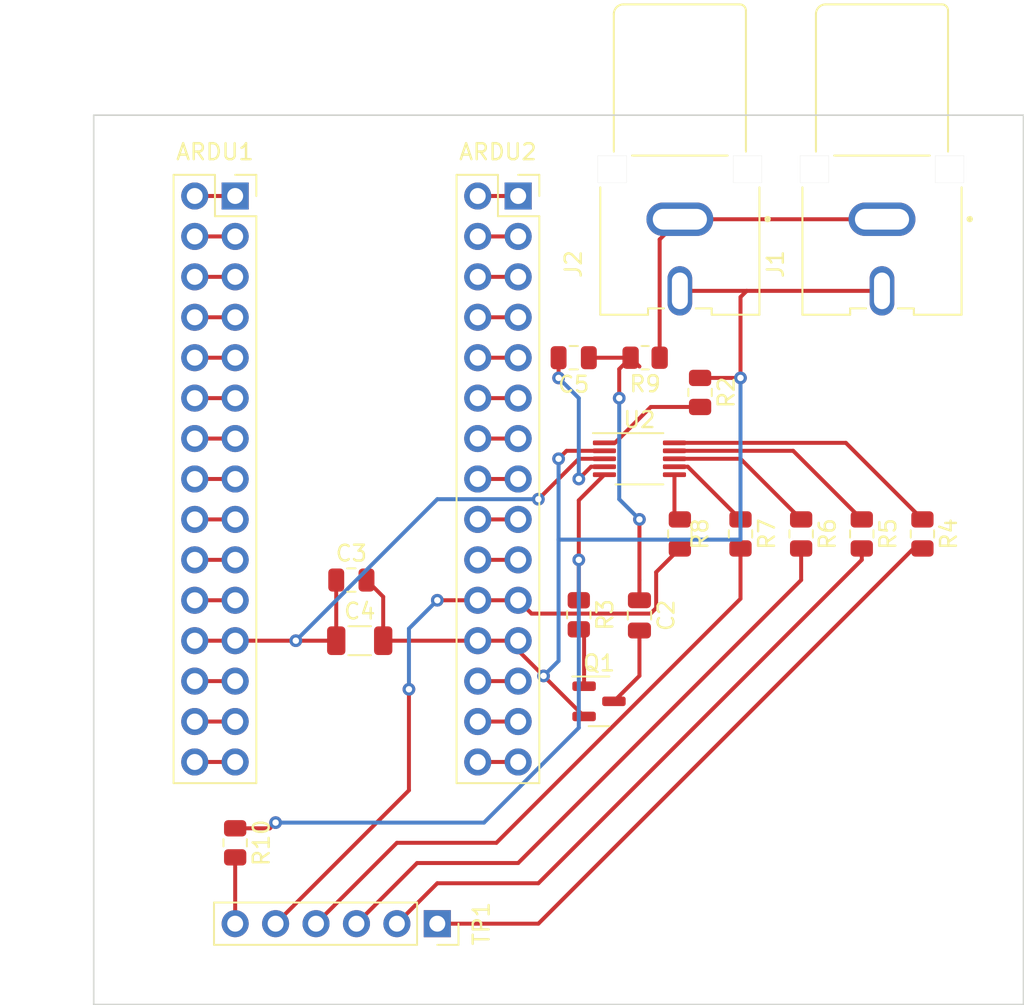
<source format=kicad_pcb>
(kicad_pcb (version 20211014) (generator pcbnew)
  (layers (0 "F.Cu" signal) (31 "B.Cu" signal) (34 "B.Paste" user) (35 "F.Paste" user) (36 "B.SilkS" user "B.Silkscreen") (37 "F.SilkS" user "F.Silkscreen") (38 "B.Mask" user) (39 "F.Mask" user) (44 "Edge.Cuts" user))
  (net 0 "")
  (net 1 "GND")
  (net 2 "Net-(C2-Pad1)")
  (net 3 "Net-(C2-Pad2)")
  (net 4 "VCC")
  (net 5 "Net-(C5-Pad2)")
  (net 6 "Net-(J1-Pad1)")
  (net 7 "Net-(Q1-Pad1)")
  (net 8 "Net-(R2-Pad2)")
  (net 9 "Net-(R10-Pad1)")
  (net 10 "Net-(R4-Pad1)")
  (net 11 "Net-(R4-Pad2)")
  (net 12 "Net-(R5-Pad1)")
  (net 13 "Net-(R5-Pad2)")
  (net 14 "Net-(R6-Pad1)")
  (net 15 "Net-(TP1-Pad3)")
  (net 16 "Net-(R7-Pad1)")
  (net 17 "Net-(TP1-Pad4)")
  (net 18 "Net-(R8-Pad1)")
  (net 19 "Net-(R10-Pad2)")
  (net 20 "Net-(ARDU1-Pad1)")
  (net 21 "Net-(ARDU1-Pad3)")
  (net 22 "Net-(ARDU1-Pad5)")
  (net 23 "Net-(ARDU1-Pad7)")
  (net 24 "Net-(ARDU1-Pad10)")
  (net 25 "Net-(ARDU1-Pad11)")
  (net 26 "Net-(ARDU1-Pad13)")
  (net 27 "Net-(ARDU1-Pad15)")
  (net 28 "Net-(ARDU1-Pad17)")
  (net 29 "Net-(ARDU1-Pad19)")
  (net 30 "Net-(ARDU1-Pad21)")
  (net 31 "Net-(ARDU1-Pad25)")
  (net 32 "Net-(ARDU1-Pad27)")
  (net 33 "Net-(ARDU1-Pad29)")
  (net 34 "Net-(ARDU2-Pad1)")
  (net 35 "Net-(ARDU2-Pad3)")
  (net 36 "Net-(ARDU2-Pad5)")
  (net 37 "Net-(ARDU2-Pad7)")
  (net 38 "Net-(ARDU2-Pad10)")
  (net 39 "Net-(ARDU2-Pad11)")
  (net 40 "Net-(ARDU2-Pad13)")
  (net 41 "Net-(ARDU2-Pad15)")
  (net 42 "Net-(ARDU2-Pad17)")
  (net 43 "Net-(ARDU2-Pad19)")
  (net 44 "Net-(ARDU2-Pad21)")
  (net 45 "Net-(ARDU2-Pad25)")
  (net 46 "Net-(ARDU2-Pad27)")
  (net 47 "Net-(ARDU2-Pad29)")
  (footprint "Connector_PinSocket_2.54mm:PinSocket_2x15_P2.54mm_Vertical" (layer "F.Cu") (at 57.15 43.18)
    (fp_text reference "ARDU2" (at -1.27 -2.77) (layer "F.SilkS"))
    (fp_text value "Conn_02x15_Odd_Even_MountingPin")
    (fp_line (start -3.87 36.89) (end 1.33 36.89) (layer "F.SilkS") (width 0.12))
    (fp_line (start -3.87 -1.33) (end -1.27 -1.33) (layer "F.SilkS") (width 0.12))
    (fp_line (start -1.27 -1.33) (end -1.27 1.27) (layer "F.SilkS") (width 0.12))
    (fp_line (start -3.87 -1.33) (end -3.87 36.89) (layer "F.SilkS") (width 0.12))
    (fp_line (start 1.33 1.27) (end 1.33 36.89) (layer "F.SilkS") (width 0.12))
    (fp_line (start 1.33 -1.33) (end 1.33 0) (layer "F.SilkS") (width 0.12))
    (fp_line (start -1.27 1.27) (end 1.33 1.27) (layer "F.SilkS") (width 0.12))
    (fp_line (start 0 -1.33) (end 1.33 -1.33) (layer "F.SilkS") (width 0.12))
    (pad "1" thru_hole rect (at 0 0) (size 1.7 1.7) (drill 1) (layers *.Cu *.Mask) (net 34 "Net-(ARDU2-Pad1)"))
    (pad "2" thru_hole oval (at -2.54 0) (size 1.7 1.7) (drill 1) (layers *.Cu *.Mask) (net 34 "Net-(ARDU2-Pad1)"))
    (pad "3" thru_hole oval (at 0 2.54) (size 1.7 1.7) (drill 1) (layers *.Cu *.Mask) (net 35 "Net-(ARDU2-Pad3)"))
    (pad "4" thru_hole oval (at -2.54 2.54) (size 1.7 1.7) (drill 1) (layers *.Cu *.Mask) (net 35 "Net-(ARDU2-Pad3)"))
    (pad "5" thru_hole oval (at 0 5.08) (size 1.7 1.7) (drill 1) (layers *.Cu *.Mask) (net 36 "Net-(ARDU2-Pad5)"))
    (pad "6" thru_hole oval (at -2.54 5.08) (size 1.7 1.7) (drill 1) (layers *.Cu *.Mask) (net 36 "Net-(ARDU2-Pad5)"))
    (pad "7" thru_hole oval (at 0 7.62) (size 1.7 1.7) (drill 1) (layers *.Cu *.Mask) (net 37 "Net-(ARDU2-Pad7)"))
    (pad "8" thru_hole oval (at -2.54 7.62) (size 1.7 1.7) (drill 1) (layers *.Cu *.Mask) (net 37 "Net-(ARDU2-Pad7)"))
    (pad "9" thru_hole oval (at 0 10.16) (size 1.7 1.7) (drill 1) (layers *.Cu *.Mask) (net 38 "Net-(ARDU2-Pad10)"))
    (pad "10" thru_hole oval (at -2.54 10.16) (size 1.7 1.7) (drill 1) (layers *.Cu *.Mask) (net 38 "Net-(ARDU2-Pad10)"))
    (pad "11" thru_hole oval (at 0 12.7) (size 1.7 1.7) (drill 1) (layers *.Cu *.Mask) (net 39 "Net-(ARDU2-Pad11)"))
    (pad "12" thru_hole oval (at -2.54 12.7) (size 1.7 1.7) (drill 1) (layers *.Cu *.Mask) (net 39 "Net-(ARDU2-Pad11)"))
    (pad "13" thru_hole oval (at 0 15.24) (size 1.7 1.7) (drill 1) (layers *.Cu *.Mask) (net 40 "Net-(ARDU2-Pad13)"))
    (pad "14" thru_hole oval (at -2.54 15.24) (size 1.7 1.7) (drill 1) (layers *.Cu *.Mask) (net 40 "Net-(ARDU2-Pad13)"))
    (pad "15" thru_hole oval (at 0 17.78) (size 1.7 1.7) (drill 1) (layers *.Cu *.Mask) (net 41 "Net-(ARDU2-Pad15)"))
    (pad "16" thru_hole oval (at -2.54 17.78) (size 1.7 1.7) (drill 1) (layers *.Cu *.Mask) (net 41 "Net-(ARDU2-Pad15)"))
    (pad "17" thru_hole oval (at 0 20.32) (size 1.7 1.7) (drill 1) (layers *.Cu *.Mask) (net 42 "Net-(ARDU2-Pad17)"))
    (pad "18" thru_hole oval (at -2.54 20.32) (size 1.7 1.7) (drill 1) (layers *.Cu *.Mask) (net 42 "Net-(ARDU2-Pad17)"))
    (pad "19" thru_hole oval (at 0 22.86) (size 1.7 1.7) (drill 1) (layers *.Cu *.Mask) (net 43 "Net-(ARDU2-Pad19)"))
    (pad "20" thru_hole oval (at -2.54 22.86) (size 1.7 1.7) (drill 1) (layers *.Cu *.Mask) (net 43 "Net-(ARDU2-Pad19)"))
    (pad "21" thru_hole oval (at 0 25.4) (size 1.7 1.7) (drill 1) (layers *.Cu *.Mask) (net 44 "Net-(ARDU2-Pad21)"))
    (pad "22" thru_hole oval (at -2.54 25.4) (size 1.7 1.7) (drill 1) (layers *.Cu *.Mask) (net 44 "Net-(ARDU2-Pad21)"))
    (pad "23" thru_hole oval (at 0 27.94) (size 1.7 1.7) (drill 1) (layers *.Cu *.Mask) (net 1 "GND"))
    (pad "24" thru_hole oval (at -2.54 27.94) (size 1.7 1.7) (drill 1) (layers *.Cu *.Mask) (net 1 "GND"))
    (pad "25" thru_hole oval (at 0 30.48) (size 1.7 1.7) (drill 1) (layers *.Cu *.Mask) (net 45 "Net-(ARDU2-Pad25)"))
    (pad "26" thru_hole oval (at -2.54 30.48) (size 1.7 1.7) (drill 1) (layers *.Cu *.Mask) (net 45 "Net-(ARDU2-Pad25)"))
    (pad "27" thru_hole oval (at 0 33.02) (size 1.7 1.7) (drill 1) (layers *.Cu *.Mask) (net 46 "Net-(ARDU2-Pad27)"))
    (pad "28" thru_hole oval (at -2.54 33.02) (size 1.7 1.7) (drill 1) (layers *.Cu *.Mask) (net 46 "Net-(ARDU2-Pad27)"))
    (pad "29" thru_hole oval (at 0 35.56) (size 1.7 1.7) (drill 1) (layers *.Cu *.Mask) (net 47 "Net-(ARDU2-Pad29)"))
    (pad "30" thru_hole oval (at -2.54 35.56) (size 1.7 1.7) (drill 1) (layers *.Cu *.Mask) (net 47 "Net-(ARDU2-Pad29)"))
  )
  (footprint "Resistor_SMD:R_0805_2012Metric" (layer "F.Cu") (at 78.74 64.4125 -90)
    (fp_text reference "R5" (at 0 -1.65 90) (layer "F.SilkS"))
    (fp_text value "100")
    (fp_line (start -0.227064 0.735) (end 0.227064 0.735) (layer "F.SilkS") (width 0.12))
    (fp_line (start -0.227064 -0.735) (end 0.227064 -0.735) (layer "F.SilkS") (width 0.12))
    (pad "1" smd roundrect (at -0.9125 0 270) (size 1.025 1.4) (layers "F.Cu" "F.Paste" "F.Mask") (roundrect_rratio 0.243902) (net 12 "Net-(R5-Pad1)"))
    (pad "2" smd roundrect (at 0.9125 0 270) (size 1.025 1.4) (layers "F.Cu" "F.Paste" "F.Mask") (roundrect_rratio 0.243902) (net 13 "Net-(R5-Pad2)"))
  )
  (footprint "Package_TO_SOT_SMD:SOT-23" (layer "F.Cu") (at 62.23 74.93)
    (fp_text reference "Q1" (at 0 -2.4) (layer "F.SilkS"))
    (fp_text value "MMBT3904")
    (fp_line (start 0 -1.56) (end 0.65 -1.56) (layer "F.SilkS") (width 0.12))
    (fp_line (start 0 1.56) (end 0.65 1.56) (layer "F.SilkS") (width 0.12))
    (fp_line (start 0 -1.56) (end -1.675 -1.56) (layer "F.SilkS") (width 0.12))
    (fp_line (start 0 1.56) (end -0.65 1.56) (layer "F.SilkS") (width 0.12))
    (pad "1" smd roundrect (at -0.9375 -0.95) (size 1.475 0.6) (layers "F.Cu" "F.Paste" "F.Mask") (net 7 "Net-(Q1-Pad1)"))
    (pad "2" smd roundrect (at -0.9375 0.95) (size 1.475 0.6) (layers "F.Cu" "F.Paste" "F.Mask") (net 1 "GND"))
    (pad "3" smd roundrect (at 0.9375 0) (size 1.475 0.6) (layers "F.Cu" "F.Paste" "F.Mask") (net 3 "Net-(C2-Pad2)"))
  )
  (footprint "RCJ-041:CUI_RCJ-041" (layer "F.Cu") (at 80.01 40.64 90)
    (fp_text reference "J1" (at -6.81755 -6.68944 90) (layer "F.SilkS") (effects (font (size 1.008205 1.008205))))
    (fp_text value "Conn_Coaxial")
    (fp_line (start 9.11 4.15) (end 0.25 4.15) (layer "F.SilkS") (width 0.127))
    (fp_line (start -9.6 -2) (end -10 -2) (layer "F.SilkS") (width 0.127))
    (fp_line (start -10 5) (end -2 5) (layer "F.SilkS") (width 0.127))
    (fp_line (start 0.25 -4.15) (end 8.89 -4.15) (layer "F.SilkS") (width 0.127))
    (fp_line (start 9.5 -3.54) (end 9.5 3.76) (layer "F.SilkS") (width 0.127))
    (fp_line (start -9.6 2) (end -9.6 1) (layer "F.SilkS") (width 0.127))
    (fp_line (start -10 -2) (end -10 -5) (layer "F.SilkS") (width 0.127))
    (fp_line (start -9.6 -1) (end -9.6 -2) (layer "F.SilkS") (width 0.127))
    (fp_line (start -10 -5) (end -2 -5) (layer "F.SilkS") (width 0.127))
    (fp_line (start -10 5) (end -10 2) (layer "F.SilkS") (width 0.127))
    (fp_line (start 0 3) (end 0 -3) (layer "F.SilkS") (width 0.127))
    (fp_line (start -10 2) (end -9.6 2) (layer "F.SilkS") (width 0.127))
    (fp_arc (start 8.89 -4.15) (mid 9.321335 -3.971335) (end 9.5 -3.54) (layer "F.SilkS") (width 0.127))
    (fp_arc (start 9.5 3.76) (mid 9.385772 4.035772) (end 9.11 4.15) (layer "F.SilkS") (width 0.127))
    (fp_circle (center -3.99 5.513) (end -3.89 5.513) (layer "F.SilkS") (width 0.2) (fill none))
    (fp_line (start -1.7 3.35) (end -1.7 5.15) (layer "Edge.Cuts") (width 0.01))
    (fp_line (start -1.7 -5.15) (end -1.7 -3.35) (layer "Edge.Cuts") (width 0.01))
    (fp_line (start 0 5.15) (end 0 3.35) (layer "Edge.Cuts") (width 0.01))
    (fp_line (start 0 3.35) (end -1.7 3.35) (layer "Edge.Cuts") (width 0.01))
    (fp_line (start -1.7 -3.35) (end 0 -3.35) (layer "Edge.Cuts") (width 0.01))
    (fp_line (start -1.7 5.15) (end 0 5.15) (layer "Edge.Cuts") (width 0.01))
    (fp_line (start 0 -3.35) (end 0 -5.15) (layer "Edge.Cuts") (width 0.01))
    (fp_line (start 0 -5.15) (end -1.7 -5.15) (layer "Edge.Cuts") (width 0.01))
    (pad "1" thru_hole oval locked (at -4 0 90) (size 2.1 4.2) (drill oval 1.3 3.4) (layers *.Cu *.Mask) (net 6 "Net-(J1-Pad1)"))
    (pad "2" thru_hole oval locked (at -8.5 0 90) (size 3.1 1.55) (drill oval 2.3 1) (layers *.Cu *.Mask) (net 1 "GND"))
  )
  (footprint "Capacitor_SMD:C_0805_2012Metric" (layer "F.Cu") (at 60.64 53.34 180)
    (fp_text reference "C5" (at 0 -1.68) (layer "F.SilkS"))
    (fp_text value "0.1µF")
    (fp_line (start -0.261252 -0.735) (end 0.261252 -0.735) (layer "F.SilkS") (width 0.12))
    (fp_line (start -0.261252 0.735) (end 0.261252 0.735) (layer "F.SilkS") (width 0.12))
    (pad "1" smd roundrect (at -0.95 0 180) (size 1 1.45) (layers "F.Cu" "F.Paste" "F.Mask") (net 2 "Net-(C2-Pad1)"))
    (pad "2" smd roundrect (at 0.95 0 180) (size 1 1.45) (layers "F.Cu" "F.Paste" "F.Mask") (net 5 "Net-(C5-Pad2)"))
  )
  (footprint "Package_SO:VSSOP-10_3x3mm_P0.5mm" (layer "F.Cu") (at 64.77 59.69)
    (fp_text reference "U2" (at 0 -2.45) (layer "F.SilkS"))
    (fp_text value "LMH1980")
    (fp_line (start 0 -1.61) (end -2.925 -1.61) (layer "F.SilkS") (width 0.12))
    (fp_line (start 0 -1.61) (end 1.5 -1.61) (layer "F.SilkS") (width 0.12))
    (fp_line (start 0 1.61) (end -1.5 1.61) (layer "F.SilkS") (width 0.12))
    (fp_line (start 0 1.61) (end 1.5 1.61) (layer "F.SilkS") (width 0.12))
    (pad "1" smd roundrect (at -2.2 -1) (size 1.45 0.3) (layers "F.Cu" "F.Paste" "F.Mask") (net 8 "Net-(R2-Pad2)"))
    (pad "2" smd roundrect (at -2.2 -0.5) (size 1.45 0.3) (layers "F.Cu" "F.Paste" "F.Mask") (net 1 "GND"))
    (pad "3" smd roundrect (at -2.2 0) (size 1.45 0.3) (layers "F.Cu" "F.Paste" "F.Mask") (net 4 "VCC"))
    (pad "4" smd roundrect (at -2.2 0.5) (size 1.45 0.3) (layers "F.Cu" "F.Paste" "F.Mask") (net 5 "Net-(C5-Pad2)"))
    (pad "5" smd roundrect (at -2.2 1) (size 1.45 0.3) (layers "F.Cu" "F.Paste" "F.Mask") (net 9 "Net-(R10-Pad1)"))
    (pad "6" smd roundrect (at 2.2 1) (size 1.45 0.3) (layers "F.Cu" "F.Paste" "F.Mask") (net 18 "Net-(R8-Pad1)"))
    (pad "7" smd roundrect (at 2.2 0.5) (size 1.45 0.3) (layers "F.Cu" "F.Paste" "F.Mask") (net 16 "Net-(R7-Pad1)"))
    (pad "8" smd roundrect (at 2.2 0) (size 1.45 0.3) (layers "F.Cu" "F.Paste" "F.Mask") (net 14 "Net-(R6-Pad1)"))
    (pad "9" smd roundrect (at 2.2 -0.5) (size 1.45 0.3) (layers "F.Cu" "F.Paste" "F.Mask") (net 12 "Net-(R5-Pad1)"))
    (pad "10" smd roundrect (at 2.2 -1) (size 1.45 0.3) (layers "F.Cu" "F.Paste" "F.Mask") (net 10 "Net-(R4-Pad1)"))
  )
  (footprint "Resistor_SMD:R_0805_2012Metric" (layer "F.Cu") (at 68.58 55.5225 -90)
    (fp_text reference "R2" (at 0 -1.65 90) (layer "F.SilkS"))
    (fp_text value "10k")
    (fp_line (start -0.227064 -0.735) (end 0.227064 -0.735) (layer "F.SilkS") (width 0.12))
    (fp_line (start -0.227064 0.735) (end 0.227064 0.735) (layer "F.SilkS") (width 0.12))
    (pad "1" smd roundrect (at -0.9125 0 270) (size 1.025 1.4) (layers "F.Cu" "F.Paste" "F.Mask") (roundrect_rratio 0.243902) (net 1 "GND"))
    (pad "2" smd roundrect (at 0.9125 0 270) (size 1.025 1.4) (layers "F.Cu" "F.Paste" "F.Mask") (roundrect_rratio 0.243902) (net 8 "Net-(R2-Pad2)"))
  )
  (footprint "Resistor_SMD:R_0805_2012Metric" (layer "F.Cu") (at 71.12 64.4125 -90)
    (fp_text reference "R7" (at 0 -1.65 90) (layer "F.SilkS"))
    (fp_text value "100")
    (fp_line (start -0.227064 0.735) (end 0.227064 0.735) (layer "F.SilkS") (width 0.12))
    (fp_line (start -0.227064 -0.735) (end 0.227064 -0.735) (layer "F.SilkS") (width 0.12))
    (pad "1" smd roundrect (at -0.9125 0 270) (size 1.025 1.4) (layers "F.Cu" "F.Paste" "F.Mask") (roundrect_rratio 0.243902) (net 16 "Net-(R7-Pad1)"))
    (pad "2" smd roundrect (at 0.9125 0 270) (size 1.025 1.4) (layers "F.Cu" "F.Paste" "F.Mask") (roundrect_rratio 0.243902) (net 17 "Net-(TP1-Pad4)"))
  )
  (footprint "Capacitor_SMD:C_1206_3216Metric" (layer "F.Cu") (at 47.195 71.12)
    (fp_text reference "C4" (at 0 -1.85) (layer "F.SilkS"))
    (fp_text value "10µ")
    (fp_line (start -0.711252 -0.91) (end 0.711252 -0.91) (layer "F.SilkS") (width 0.12))
    (fp_line (start -0.711252 0.91) (end 0.711252 0.91) (layer "F.SilkS") (width 0.12))
    (pad "1" smd roundrect (at -1.475 0) (size 1.15 1.8) (layers "F.Cu" "F.Paste" "F.Mask") (roundrect_rratio 0.217391) (net 4 "VCC"))
    (pad "2" smd roundrect (at 1.475 0) (size 1.15 1.8) (layers "F.Cu" "F.Paste" "F.Mask") (roundrect_rratio 0.217391) (net 1 "GND"))
  )
  (footprint "Resistor_SMD:R_0805_2012Metric" (layer "F.Cu") (at 67.31 64.4125 -90)
    (fp_text reference "R8" (at 0 -1.27 -90) (layer "F.SilkS"))
    (fp_text value "100")
    (fp_line (start -0.227064 -0.735) (end 0.227064 -0.735) (layer "F.SilkS") (width 0.12))
    (fp_line (start -0.227064 0.735) (end 0.227064 0.735) (layer "F.SilkS") (width 0.12))
    (pad "1" smd roundrect (at -0.9125 0 270) (size 1.025 1.4) (layers "F.Cu" "F.Paste" "F.Mask") (roundrect_rratio 0.243902) (net 18 "Net-(R8-Pad1)"))
    (pad "2" smd roundrect (at 0.9125 0 270) (size 1.025 1.4) (layers "F.Cu" "F.Paste" "F.Mask") (roundrect_rratio 0.243902) (net 44 "Net-(ARDU2-Pad21)"))
  )
  (footprint "Resistor_SMD:R_0805_2012Metric" (layer "F.Cu") (at 60.96 69.4925 -90)
    (fp_text reference "R3" (at 0 -1.65 90) (layer "F.SilkS"))
    (fp_text value "10k")
    (fp_line (start -0.227064 -0.735) (end 0.227064 -0.735) (layer "F.SilkS") (width 0.12))
    (fp_line (start -0.227064 0.735) (end 0.227064 0.735) (layer "F.SilkS") (width 0.12))
    (pad "1" smd roundrect (at -0.9125 0 270) (size 1.025 1.4) (layers "F.Cu" "F.Paste" "F.Mask") (roundrect_rratio 0.243902) (net 9 "Net-(R10-Pad1)"))
    (pad "2" smd roundrect (at 0.9125 0 270) (size 1.025 1.4) (layers "F.Cu" "F.Paste" "F.Mask") (roundrect_rratio 0.243902) (net 7 "Net-(Q1-Pad1)"))
  )
  (footprint "Capacitor_SMD:C_0805_2012Metric" (layer "F.Cu") (at 64.77 69.53 -90)
    (fp_text reference "C2" (at 0 -1.68 90) (layer "F.SilkS"))
    (fp_text value "560pF")
    (fp_line (start -0.261252 -0.735) (end 0.261252 -0.735) (layer "F.SilkS") (width 0.12))
    (fp_line (start -0.261252 0.735) (end 0.261252 0.735) (layer "F.SilkS") (width 0.12))
    (pad "1" smd roundrect (at -0.95 0 270) (size 1 1.45) (layers "F.Cu" "F.Paste" "F.Mask") (net 2 "Net-(C2-Pad1)"))
    (pad "2" smd roundrect (at 0.95 0 270) (size 1 1.45) (layers "F.Cu" "F.Paste" "F.Mask") (net 3 "Net-(C2-Pad2)"))
  )
  (footprint "Resistor_SMD:R_0805_2012Metric" (layer "F.Cu") (at 82.55 64.4125 -90)
    (fp_text reference "R4" (at 0 -1.65 90) (layer "F.SilkS"))
    (fp_text value "100")
    (fp_line (start -0.227064 0.735) (end 0.227064 0.735) (layer "F.SilkS") (width 0.12))
    (fp_line (start -0.227064 -0.735) (end 0.227064 -0.735) (layer "F.SilkS") (width 0.12))
    (pad "1" smd roundrect (at -0.9125 0 270) (size 1.025 1.4) (layers "F.Cu" "F.Paste" "F.Mask") (roundrect_rratio 0.243902) (net 10 "Net-(R4-Pad1)"))
    (pad "2" smd roundrect (at 0.9125 0 270) (size 1.025 1.4) (layers "F.Cu" "F.Paste" "F.Mask") (roundrect_rratio 0.243902) (net 11 "Net-(R4-Pad2)"))
  )
  (footprint "Resistor_SMD:R_0805_2012Metric" (layer "F.Cu") (at 39.37 83.82 -90)
    (fp_text reference "R10" (at 0 -1.65 90) (layer "F.SilkS"))
    (fp_text value "100")
    (fp_line (start -0.227064 -0.735) (end 0.227064 -0.735) (layer "F.SilkS") (width 0.12))
    (fp_line (start -0.227064 0.735) (end 0.227064 0.735) (layer "F.SilkS") (width 0.12))
    (pad "1" smd roundrect (at -0.9125 0 270) (size 1.025 1.4) (layers "F.Cu" "F.Paste" "F.Mask") (roundrect_rratio 0.243902) (net 9 "Net-(R10-Pad1)"))
    (pad "2" smd roundrect (at 0.9125 0 270) (size 1.025 1.4) (layers "F.Cu" "F.Paste" "F.Mask") (roundrect_rratio 0.243902) (net 19 "Net-(R10-Pad2)"))
  )
  (footprint "Resistor_SMD:R_0805_2012Metric" (layer "F.Cu") (at 74.93 64.4125 -90)
    (fp_text reference "R6" (at 0 -1.65 90) (layer "F.SilkS"))
    (fp_text value "100")
    (fp_line (start -0.227064 -0.735) (end 0.227064 -0.735) (layer "F.SilkS") (width 0.12))
    (fp_line (start -0.227064 0.735) (end 0.227064 0.735) (layer "F.SilkS") (width 0.12))
    (pad "1" smd roundrect (at -0.9125 0 270) (size 1.025 1.4) (layers "F.Cu" "F.Paste" "F.Mask") (roundrect_rratio 0.243902) (net 14 "Net-(R6-Pad1)"))
    (pad "2" smd roundrect (at 0.9125 0 270) (size 1.025 1.4) (layers "F.Cu" "F.Paste" "F.Mask") (roundrect_rratio 0.243902) (net 15 "Net-(TP1-Pad3)"))
  )
  (footprint "Connector_PinSocket_2.54mm:PinSocket_1x06_P2.54mm_Vertical" (layer "F.Cu") (at 52.07 88.9 -90)
    (fp_text reference "TP1" (at 0 -2.77 90) (layer "F.SilkS"))
    (fp_text value "Conn_01x06_MountingPin")
    (fp_line (start 1.33 -1.33) (end 1.33 0) (layer "F.SilkS") (width 0.12))
    (fp_line (start -1.33 14.03) (end 1.33 14.03) (layer "F.SilkS") (width 0.12))
    (fp_line (start -1.33 1.27) (end 1.33 1.27) (layer "F.SilkS") (width 0.12))
    (fp_line (start 1.33 1.27) (end 1.33 14.03) (layer "F.SilkS") (width 0.12))
    (fp_line (start 0 -1.33) (end 1.33 -1.33) (layer "F.SilkS") (width 0.12))
    (fp_line (start -1.33 1.27) (end -1.33 14.03) (layer "F.SilkS") (width 0.12))
    (pad "1" thru_hole rect (at 0 0 270) (size 1.7 1.7) (drill 1) (layers *.Cu *.Mask) (net 11 "Net-(R4-Pad2)"))
    (pad "2" thru_hole oval (at 0 2.54 270) (size 1.7 1.7) (drill 1) (layers *.Cu *.Mask) (net 13 "Net-(R5-Pad2)"))
    (pad "3" thru_hole oval (at 0 5.08 270) (size 1.7 1.7) (drill 1) (layers *.Cu *.Mask) (net 15 "Net-(TP1-Pad3)"))
    (pad "4" thru_hole oval (at 0 7.62 270) (size 1.7 1.7) (drill 1) (layers *.Cu *.Mask) (net 17 "Net-(TP1-Pad4)"))
    (pad "5" thru_hole oval (at 0 10.16 270) (size 1.7 1.7) (drill 1) (layers *.Cu *.Mask) (net 44 "Net-(ARDU2-Pad21)"))
    (pad "6" thru_hole oval (at 0 12.7 270) (size 1.7 1.7) (drill 1) (layers *.Cu *.Mask) (net 19 "Net-(R10-Pad2)"))
  )
  (footprint "Capacitor_SMD:C_0805_2012Metric" (layer "F.Cu") (at 46.67 67.31)
    (fp_text reference "C3" (at 0 -1.68) (layer "F.SilkS"))
    (fp_text value "0.1µF")
    (fp_line (start -0.261252 -0.735) (end 0.261252 -0.735) (layer "F.SilkS") (width 0.12))
    (fp_line (start -0.261252 0.735) (end 0.261252 0.735) (layer "F.SilkS") (width 0.12))
    (pad "1" smd roundrect (at -0.95 0) (size 1 1.45) (layers "F.Cu" "F.Paste" "F.Mask") (net 4 "VCC"))
    (pad "2" smd roundrect (at 0.95 0) (size 1 1.45) (layers "F.Cu" "F.Paste" "F.Mask") (net 1 "GND"))
  )
  (footprint "RCJ-041:CUI_RCJ-041" (layer "F.Cu") (at 67.31 40.64 90)
    (fp_text reference "J2" (at -6.81755 -6.68944 90) (layer "F.SilkS") (effects (font (size 1.008205 1.008205))))
    (fp_text value "Conn_Coaxial")
    (fp_line (start 9.11 4.15) (end 0.25 4.15) (layer "F.SilkS") (width 0.127))
    (fp_line (start -10 5) (end -10 2) (layer "F.SilkS") (width 0.127))
    (fp_line (start -9.6 -2) (end -10 -2) (layer "F.SilkS") (width 0.127))
    (fp_line (start 0.25 -4.15) (end 8.89 -4.15) (layer "F.SilkS") (width 0.127))
    (fp_line (start -10 -2) (end -10 -5) (layer "F.SilkS") (width 0.127))
    (fp_line (start 9.5 -3.54) (end 9.5 3.76) (layer "F.SilkS") (width 0.127))
    (fp_line (start -9.6 -1) (end -9.6 -2) (layer "F.SilkS") (width 0.127))
    (fp_line (start -10 -5) (end -2 -5) (layer "F.SilkS") (width 0.127))
    (fp_line (start -10 2) (end -9.6 2) (layer "F.SilkS") (width 0.127))
    (fp_line (start -10 5) (end -2 5) (layer "F.SilkS") (width 0.127))
    (fp_line (start -9.6 2) (end -9.6 1) (layer "F.SilkS") (width 0.127))
    (fp_line (start 0 3) (end 0 -3) (layer "F.SilkS") (width 0.127))
    (fp_arc (start 8.89 -4.15) (mid 9.321335 -3.971335) (end 9.5 -3.54) (layer "F.SilkS") (width 0.127))
    (fp_arc (start 9.5 3.76) (mid 9.385772 4.035772) (end 9.11 4.15) (layer "F.SilkS") (width 0.127))
    (fp_circle (center -3.99 5.513) (end -3.89 5.513) (layer "F.SilkS") (width 0.2) (fill none))
    (fp_line (start 0 -5.15) (end -1.7 -5.15) (layer "Edge.Cuts") (width 0.01))
    (fp_line (start 0 -3.35) (end 0 -5.15) (layer "Edge.Cuts") (width 0.01))
    (fp_line (start -1.7 5.15) (end 0 5.15) (layer "Edge.Cuts") (width 0.01))
    (fp_line (start -1.7 -5.15) (end -1.7 -3.35) (layer "Edge.Cuts") (width 0.01))
    (fp_line (start 0 3.35) (end -1.7 3.35) (layer "Edge.Cuts") (width 0.01))
    (fp_line (start -1.7 3.35) (end -1.7 5.15) (layer "Edge.Cuts") (width 0.01))
    (fp_line (start 0 5.15) (end 0 3.35) (layer "Edge.Cuts") (width 0.01))
    (fp_line (start -1.7 -3.35) (end 0 -3.35) (layer "Edge.Cuts") (width 0.01))
    (pad "1" thru_hole oval locked (at -4 0 90) (size 2.1 4.2) (drill oval 1.3 3.4) (layers *.Cu *.Mask) (net 6 "Net-(J1-Pad1)"))
    (pad "2" thru_hole oval locked (at -8.5 0 90) (size 3.1 1.55) (drill oval 2.3 1) (layers *.Cu *.Mask) (net 1 "GND"))
  )
  (footprint "Resistor_SMD:R_0805_2012Metric" (layer "F.Cu") (at 65.1275 53.34 180)
    (fp_text reference "R9" (at 0 -1.65) (layer "F.SilkS"))
    (fp_text value "100")
    (fp_line (start -0.227064 -0.735) (end 0.227064 -0.735) (layer "F.SilkS") (width 0.12))
    (fp_line (start -0.227064 0.735) (end 0.227064 0.735) (layer "F.SilkS") (width 0.12))
    (pad "1" smd roundrect (at -0.9125 0 180) (size 1.025 1.4) (layers "F.Cu" "F.Paste" "F.Mask") (roundrect_rratio 0.243902) (net 6 "Net-(J1-Pad1)"))
    (pad "2" smd roundrect (at 0.9125 0 180) (size 1.025 1.4) (layers "F.Cu" "F.Paste" "F.Mask") (roundrect_rratio 0.243902) (net 2 "Net-(C2-Pad1)"))
  )
  (footprint "Connector_PinSocket_2.54mm:PinSocket_2x15_P2.54mm_Vertical" (layer "F.Cu") (at 39.37 43.18)
    (fp_text reference "ARDU1" (at -1.27 -2.77) (layer "F.SilkS"))
    (fp_text value "Conn_02x15_Odd_Even_MountingPin")
    (fp_line (start -3.87 -1.33) (end -1.27 -1.33) (layer "F.SilkS") (width 0.12))
    (fp_line (start -1.27 1.27) (end 1.33 1.27) (layer "F.SilkS") (width 0.12))
    (fp_line (start -3.87 36.89) (end 1.33 36.89) (layer "F.SilkS") (width 0.12))
    (fp_line (start 0 -1.33) (end 1.33 -1.33) (layer "F.SilkS") (width 0.12))
    (fp_line (start 1.33 -1.33) (end 1.33 0) (layer "F.SilkS") (width 0.12))
    (fp_line (start 1.33 1.27) (end 1.33 36.89) (layer "F.SilkS") (width 0.12))
    (fp_line (start -1.27 -1.33) (end -1.27 1.27) (layer "F.SilkS") (width 0.12))
    (fp_line (start -3.87 -1.33) (end -3.87 36.89) (layer "F.SilkS") (width 0.12))
    (pad "1" thru_hole rect (at 0 0) (size 1.7 1.7) (drill 1) (layers *.Cu *.Mask) (net 20 "Net-(ARDU1-Pad1)"))
    (pad "2" thru_hole oval (at -2.54 0) (size 1.7 1.7) (drill 1) (layers *.Cu *.Mask) (net 20 "Net-(ARDU1-Pad1)"))
    (pad "3" thru_hole oval (at 0 2.54) (size 1.7 1.7) (drill 1) (layers *.Cu *.Mask) (net 21 "Net-(ARDU1-Pad3)"))
    (pad "4" thru_hole oval (at -2.54 2.54) (size 1.7 1.7) (drill 1) (layers *.Cu *.Mask) (net 21 "Net-(ARDU1-Pad3)"))
    (pad "5" thru_hole oval (at 0 5.08) (size 1.7 1.7) (drill 1) (layers *.Cu *.Mask) (net 22 "Net-(ARDU1-Pad5)"))
    (pad "6" thru_hole oval (at -2.54 5.08) (size 1.7 1.7) (drill 1) (layers *.Cu *.Mask) (net 22 "Net-(ARDU1-Pad5)"))
    (pad "7" thru_hole oval (at 0 7.62) (size 1.7 1.7) (drill 1) (layers *.Cu *.Mask) (net 23 "Net-(ARDU1-Pad7)"))
    (pad "8" thru_hole oval (at -2.54 7.62) (size 1.7 1.7) (drill 1) (layers *.Cu *.Mask) (net 23 "Net-(ARDU1-Pad7)"))
    (pad "9" thru_hole oval (at 0 10.16) (size 1.7 1.7) (drill 1) (layers *.Cu *.Mask) (net 24 "Net-(ARDU1-Pad10)"))
    (pad "10" thru_hole oval (at -2.54 10.16) (size 1.7 1.7) (drill 1) (layers *.Cu *.Mask) (net 24 "Net-(ARDU1-Pad10)"))
    (pad "11" thru_hole oval (at 0 12.7) (size 1.7 1.7) (drill 1) (layers *.Cu *.Mask) (net 25 "Net-(ARDU1-Pad11)"))
    (pad "12" thru_hole oval (at -2.54 12.7) (size 1.7 1.7) (drill 1) (layers *.Cu *.Mask) (net 25 "Net-(ARDU1-Pad11)"))
    (pad "13" thru_hole oval (at 0 15.24) (size 1.7 1.7) (drill 1) (layers *.Cu *.Mask) (net 26 "Net-(ARDU1-Pad13)"))
    (pad "14" thru_hole oval (at -2.54 15.24) (size 1.7 1.7) (drill 1) (layers *.Cu *.Mask) (net 26 "Net-(ARDU1-Pad13)"))
    (pad "15" thru_hole oval (at 0 17.78) (size 1.7 1.7) (drill 1) (layers *.Cu *.Mask) (net 27 "Net-(ARDU1-Pad15)"))
    (pad "16" thru_hole oval (at -2.54 17.78) (size 1.7 1.7) (drill 1) (layers *.Cu *.Mask) (net 27 "Net-(ARDU1-Pad15)"))
    (pad "17" thru_hole oval (at 0 20.32) (size 1.7 1.7) (drill 1) (layers *.Cu *.Mask) (net 28 "Net-(ARDU1-Pad17)"))
    (pad "18" thru_hole oval (at -2.54 20.32) (size 1.7 1.7) (drill 1) (layers *.Cu *.Mask) (net 28 "Net-(ARDU1-Pad17)"))
    (pad "19" thru_hole oval (at 0 22.86) (size 1.7 1.7) (drill 1) (layers *.Cu *.Mask) (net 29 "Net-(ARDU1-Pad19)"))
    (pad "20" thru_hole oval (at -2.54 22.86) (size 1.7 1.7) (drill 1) (layers *.Cu *.Mask) (net 29 "Net-(ARDU1-Pad19)"))
    (pad "21" thru_hole oval (at 0 25.4) (size 1.7 1.7) (drill 1) (layers *.Cu *.Mask) (net 30 "Net-(ARDU1-Pad21)"))
    (pad "22" thru_hole oval (at -2.54 25.4) (size 1.7 1.7) (drill 1) (layers *.Cu *.Mask) (net 30 "Net-(ARDU1-Pad21)"))
    (pad "23" thru_hole oval (at 0 27.94) (size 1.7 1.7) (drill 1) (layers *.Cu *.Mask) (net 4 "VCC"))
    (pad "24" thru_hole oval (at -2.54 27.94) (size 1.7 1.7) (drill 1) (layers *.Cu *.Mask) (net 4 "VCC"))
    (pad "25" thru_hole oval (at 0 30.48) (size 1.7 1.7) (drill 1) (layers *.Cu *.Mask) (net 31 "Net-(ARDU1-Pad25)"))
    (pad "26" thru_hole oval (at -2.54 30.48) (size 1.7 1.7) (drill 1) (layers *.Cu *.Mask) (net 31 "Net-(ARDU1-Pad25)"))
    (pad "27" thru_hole oval (at 0 33.02) (size 1.7 1.7) (drill 1) (layers *.Cu *.Mask) (net 32 "Net-(ARDU1-Pad27)"))
    (pad "28" thru_hole oval (at -2.54 33.02) (size 1.7 1.7) (drill 1) (layers *.Cu *.Mask) (net 32 "Net-(ARDU1-Pad27)"))
    (pad "29" thru_hole oval (at 0 35.56) (size 1.7 1.7) (drill 1) (layers *.Cu *.Mask) (net 33 "Net-(ARDU1-Pad29)"))
    (pad "30" thru_hole oval (at -2.54 35.56) (size 1.7 1.7) (drill 1) (layers *.Cu *.Mask) (net 33 "Net-(ARDU1-Pad29)"))
  )
  (gr_rect (start 88.9 38.1) (end 30.48 93.98) (layer "Edge.Cuts") (width 0.1) (fill none))
  (segment (start 71.12 54.61) (end 71.12 49.53) (width 0.25) (layer "F.Cu") (net 1))
  (segment (start 80.01 49.14) (end 71.51 49.14) (width 0.25) (layer "F.Cu") (net 1))
  (segment (start 71.51 49.14) (end 67.31 49.14) (width 0.25) (layer "F.Cu") (net 1))
  (segment (start 48.67 71.12) (end 54.61 71.12) (width 0.25) (layer "F.Cu") (net 1))
  (segment (start 62.57 59.19) (end 60.19 59.19) (width 0.25) (layer "F.Cu") (net 1))
  (segment (start 54.61 71.12) (end 57.15 71.12) (width 0.25) (layer "F.Cu") (net 1))
  (segment (start 48.67 68.36) (end 48.67 71.12) (width 0.25) (layer "F.Cu") (net 1))
  (segment (start 57.15 71.7375) (end 58.74625 73.33375) (width 0.25) (layer "F.Cu") (net 1))
  (segment (start 57.15 71.12) (end 57.15 71.7375) (width 0.25) (layer "F.Cu") (net 1))
  (segment (start 71.12 49.53) (end 71.51 49.14) (width 0.25) (layer "F.Cu") (net 1))
  (segment (start 47.62 67.31) (end 48.67 68.36) (width 0.25) (layer "F.Cu") (net 1))
  (segment (start 60.19 59.19) (end 59.69 59.69) (width 0.25) (layer "F.Cu") (net 1))
  (segment (start 58.74625 73.33375) (end 61.2925 75.88) (width 0.25) (layer "F.Cu") (net 1))
  (segment (start 71.12 54.61) (end 68.58 54.61) (width 0.25) (layer "F.Cu") (net 1))
  (via (at 59.69 59.69) (size 0.8) (drill 0.4) (layers "F.Cu" "B.Cu") (net 1))
  (via (at 58.74625 73.33375) (size 0.8) (drill 0.4) (layers "F.Cu" "B.Cu") (net 1))
  (via (at 71.12 54.61) (size 0.8) (drill 0.4) (layers "F.Cu" "B.Cu") (net 1))
  (segment (start 59.69 59.69) (end 59.69 64.77) (width 0.25) (layer "B.Cu") (net 1))
  (segment (start 59.69 72.39) (end 58.74625 73.33375) (width 0.25) (layer "B.Cu") (net 1))
  (segment (start 59.69 64.77) (end 59.69 72.39) (width 0.25) (layer "B.Cu") (net 1))
  (segment (start 71.12 64.77) (end 71.12 54.61) (width 0.25) (layer "B.Cu") (net 1))
  (segment (start 59.69 64.77) (end 71.12 64.77) (width 0.25) (layer "B.Cu") (net 1))
  (segment (start 64.77 53.895) (end 64.215 53.34) (width 0.25) (layer "F.Cu") (net 2))
  (segment (start 64.77 67.31) (end 64.77 63.5) (width 0.25) (layer "F.Cu") (net 2))
  (segment (start 64.215 53.34) (end 63.5 54.055) (width 0.25) (layer "F.Cu") (net 2))
  (segment (start 64.77 68.58) (end 64.77 67.31) (width 0.25) (layer "F.Cu") (net 2))
  (segment (start 63.5 54.055) (end 63.5 55.88) (width 0.25) (layer "F.Cu") (net 2))
  (segment (start 61.59 53.34) (end 64.215 53.34) (width 0.25) (layer "F.Cu") (net 2))
  (via (at 64.77 63.5) (size 0.8) (drill 0.4) (layers "F.Cu" "B.Cu") (net 2))
  (via (at 63.5 55.88) (size 0.8) (drill 0.4) (layers "F.Cu" "B.Cu") (net 2))
  (segment (start 63.5 55.88) (end 63.5 62.23) (width 0.25) (layer "B.Cu") (net 2))
  (segment (start 63.5 62.23) (end 64.77 63.5) (width 0.25) (layer "B.Cu") (net 2))
  (segment (start 64.77 73.3275) (end 64.77 70.48) (width 0.25) (layer "F.Cu") (net 3))
  (segment (start 63.1675 74.93) (end 64.77 73.3275) (width 0.25) (layer "F.Cu") (net 3))
  (segment (start 43.18 71.12) (end 39.37 71.12) (width 0.25) (layer "F.Cu") (net 4))
  (segment (start 62.57 59.69) (end 60.96 59.69) (width 0.25) (layer "F.Cu") (net 4))
  (segment (start 45.72 71.12) (end 45.72 67.31) (width 0.25) (layer "F.Cu") (net 4))
  (segment (start 45.72 71.12) (end 43.18 71.12) (width 0.25) (layer "F.Cu") (net 4))
  (segment (start 36.83 71.12) (end 39.37 71.12) (width 0.25) (layer "F.Cu") (net 4))
  (segment (start 60.96 59.69) (end 58.42 62.23) (width 0.25) (layer "F.Cu") (net 4))
  (via (at 43.18 71.12) (size 0.8) (drill 0.4) (layers "F.Cu" "B.Cu") (net 4))
  (via (at 58.42 62.23) (size 0.8) (drill 0.4) (layers "F.Cu" "B.Cu") (net 4))
  (segment (start 52.07 62.23) (end 43.18 71.12) (width 0.25) (layer "B.Cu") (net 4))
  (segment (start 58.42 62.23) (end 52.07 62.23) (width 0.25) (layer "B.Cu") (net 4))
  (segment (start 61.73 60.19) (end 60.96 60.96) (width 0.25) (layer "F.Cu") (net 5))
  (segment (start 62.57 60.19) (end 61.73 60.19) (width 0.25) (layer "F.Cu") (net 5))
  (segment (start 59.69 53.34) (end 59.69 54.61) (width 0.25) (layer "F.Cu") (net 5))
  (via (at 59.69 54.61) (size 0.8) (drill 0.4) (layers "F.Cu" "B.Cu") (net 5))
  (via (at 60.96 60.96) (size 0.8) (drill 0.4) (layers "F.Cu" "B.Cu") (net 5))
  (segment (start 60.96 55.88) (end 60.96 60.96) (width 0.25) (layer "B.Cu") (net 5))
  (segment (start 59.69 54.61) (end 60.96 55.88) (width 0.25) (layer "B.Cu") (net 5))
  (segment (start 66.04 45.91) (end 67.31 44.64) (width 0.25) (layer "F.Cu") (net 6))
  (segment (start 67.31 44.64) (end 80.01 44.64) (width 0.25) (layer "F.Cu") (net 6))
  (segment (start 66.04 53.34) (end 66.04 45.91) (width 0.25) (layer "F.Cu") (net 6))
  (segment (start 61.2925 73.98) (end 61.2925 70.7375) (width 0.25) (layer "F.Cu") (net 7))
  (segment (start 61.2925 70.7375) (end 60.96 70.405) (width 0.25) (layer "F.Cu") (net 7))
  (segment (start 63.23 58.69) (end 65.485 56.435) (width 0.25) (layer "F.Cu") (net 8))
  (segment (start 65.485 56.435) (end 68.58 56.435) (width 0.25) (layer "F.Cu") (net 8))
  (segment (start 62.57 58.69) (end 63.23 58.69) (width 0.25) (layer "F.Cu") (net 8))
  (segment (start 60.96 66.04) (end 60.96 62.3) (width 0.25) (layer "F.Cu") (net 9))
  (segment (start 39.37 82.9075) (end 41.5525 82.9075) (width 0.25) (layer "F.Cu") (net 9))
  (segment (start 60.96 62.3) (end 62.57 60.69) (width 0.25) (layer "F.Cu") (net 9))
  (segment (start 41.5525 82.9075) (end 41.91 82.55) (width 0.25) (layer "F.Cu") (net 9))
  (segment (start 60.96 68.58) (end 60.96 66.04) (width 0.25) (layer "F.Cu") (net 9))
  (via (at 60.96 66.04) (size 0.8) (drill 0.4) (layers "F.Cu" "B.Cu") (net 9))
  (via (at 41.91 82.55) (size 0.8) (drill 0.4) (layers "F.Cu" "B.Cu") (net 9))
  (segment (start 60.96 66.04) (end 60.96 76.591701) (width 0.25) (layer "B.Cu") (net 9))
  (segment (start 60.96 76.591701) (end 55.001701 82.55) (width 0.25) (layer "B.Cu") (net 9))
  (segment (start 55.001701 82.55) (end 41.91 82.55) (width 0.25) (layer "B.Cu") (net 9))
  (segment (start 66.97 58.69) (end 77.74 58.69) (width 0.25) (layer "F.Cu") (net 10))
  (segment (start 77.74 58.69) (end 82.55 63.5) (width 0.25) (layer "F.Cu") (net 10))
  (segment (start 81.995 65.325) (end 82.55 65.325) (width 0.25) (layer "F.Cu") (net 11))
  (segment (start 58.42 88.9) (end 81.995 65.325) (width 0.25) (layer "F.Cu") (net 11))
  (segment (start 52.07 88.9) (end 58.42 88.9) (width 0.25) (layer "F.Cu") (net 11))
  (segment (start 74.43 59.19) (end 78.74 63.5) (width 0.25) (layer "F.Cu") (net 12))
  (segment (start 66.97 59.19) (end 74.43 59.19) (width 0.25) (layer "F.Cu") (net 12))
  (segment (start 78.74 66.04) (end 58.42 86.36) (width 0.25) (layer "F.Cu") (net 13))
  (segment (start 58.42 86.36) (end 52.07 86.36) (width 0.25) (layer "F.Cu") (net 13))
  (segment (start 52.07 86.36) (end 49.53 88.9) (width 0.25) (layer "F.Cu") (net 13))
  (segment (start 78.74 65.325) (end 78.74 66.04) (width 0.25) (layer "F.Cu") (net 13))
  (segment (start 66.97 59.69) (end 71.12 59.69) (width 0.25) (layer "F.Cu") (net 14))
  (segment (start 71.12 59.69) (end 74.93 63.5) (width 0.25) (layer "F.Cu") (net 14))
  (segment (start 57.15 85.09) (end 50.8 85.09) (width 0.25) (layer "F.Cu") (net 15))
  (segment (start 50.8 85.09) (end 46.99 88.9) (width 0.25) (layer "F.Cu") (net 15))
  (segment (start 74.93 67.31) (end 57.15 85.09) (width 0.25) (layer "F.Cu") (net 15))
  (segment (start 74.93 65.325) (end 74.93 67.31) (width 0.25) (layer "F.Cu") (net 15))
  (segment (start 67.81 60.19) (end 71.12 63.5) (width 0.25) (layer "F.Cu") (net 16))
  (segment (start 66.97 60.19) (end 67.81 60.19) (width 0.25) (layer "F.Cu") (net 16))
  (segment (start 71.12 68.483375) (end 55.783375 83.82) (width 0.25) (layer "F.Cu") (net 17))
  (segment (start 71.12 65.325) (end 71.12 68.483375) (width 0.25) (layer "F.Cu") (net 17))
  (segment (start 55.783375 83.82) (end 49.53 83.82) (width 0.25) (layer "F.Cu") (net 17))
  (segment (start 49.53 83.82) (end 44.45 88.9) (width 0.25) (layer "F.Cu") (net 17))
  (segment (start 66.97 60.69) (end 66.97 63.16) (width 0.25) (layer "F.Cu") (net 18))
  (segment (start 66.97 63.16) (end 67.31 63.5) (width 0.25) (layer "F.Cu") (net 18))
  (segment (start 39.37 84.7325) (end 39.37 88.9) (width 0.25) (layer "F.Cu") (net 19))
  (segment (start 36.83 43.18) (end 39.37 43.18) (width 0.25) (layer "F.Cu") (net 20))
  (segment (start 39.37 45.72) (end 36.83 45.72) (width 0.25) (layer "F.Cu") (net 21))
  (segment (start 36.83 48.26) (end 39.37 48.26) (width 0.25) (layer "F.Cu") (net 22))
  (segment (start 39.37 50.8) (end 36.83 50.8) (width 0.25) (layer "F.Cu") (net 23))
  (segment (start 36.83 53.34) (end 39.37 53.34) (width 0.25) (layer "F.Cu") (net 24))
  (segment (start 39.37 55.88) (end 36.83 55.88) (width 0.25) (layer "F.Cu") (net 25))
  (segment (start 36.83 58.42) (end 39.37 58.42) (width 0.25) (layer "F.Cu") (net 26))
  (segment (start 36.83 60.96) (end 39.37 60.96) (width 0.25) (layer "F.Cu") (net 27))
  (segment (start 39.37 63.5) (end 36.83 63.5) (width 0.25) (layer "F.Cu") (net 28))
  (segment (start 36.83 66.04) (end 39.37 66.04) (width 0.25) (layer "F.Cu") (net 29))
  (segment (start 39.37 68.58) (end 36.83 68.58) (width 0.25) (layer "F.Cu") (net 30))
  (segment (start 39.37 73.66) (end 36.83 73.66) (width 0.25) (layer "F.Cu") (net 31))
  (segment (start 36.83 76.2) (end 39.37 76.2) (width 0.25) (layer "F.Cu") (net 32))
  (segment (start 39.37 78.74) (end 36.83 78.74) (width 0.25) (layer "F.Cu") (net 33))
  (segment (start 54.61 43.18) (end 57.15 43.18) (width 0.25) (layer "F.Cu") (net 34))
  (segment (start 57.15 45.72) (end 54.61 45.72) (width 0.25) (layer "F.Cu") (net 35))
  (segment (start 54.61 48.26) (end 57.15 48.26) (width 0.25) (layer "F.Cu") (net 36))
  (segment (start 57.15 50.8) (end 54.61 50.8) (width 0.25) (layer "F.Cu") (net 37))
  (segment (start 54.61 53.34) (end 57.15 53.34) (width 0.25) (layer "F.Cu") (net 38))
  (segment (start 57.15 55.88) (end 54.61 55.88) (width 0.25) (layer "F.Cu") (net 39))
  (segment (start 54.61 58.42) (end 57.15 58.42) (width 0.25) (layer "F.Cu") (net 40))
  (segment (start 54.61 60.96) (end 57.15 60.96) (width 0.25) (layer "F.Cu") (net 41))
  (segment (start 57.15 63.5) (end 54.61 63.5) (width 0.25) (layer "F.Cu") (net 42))
  (segment (start 54.61 66.04) (end 57.15 66.04) (width 0.25) (layer "F.Cu") (net 43))
  (segment (start 57.15 68.58) (end 54.61 68.58) (width 0.25) (layer "F.Cu") (net 44))
  (segment (start 54.61 68.58) (end 52.07 68.58) (width 0.25) (layer "F.Cu") (net 44))
  (segment (start 57.9875 69.4175) (end 57.15 68.58) (width 0.25) (layer "F.Cu") (net 44))
  (segment (start 67.31 65.325) (end 65.82 66.815) (width 0.25) (layer "F.Cu") (net 44))
  (segment (start 65.82 69.068173) (end 65.470673 69.4175) (width 0.25) (layer "F.Cu") (net 44))
  (segment (start 41.91 88.9) (end 50.287348 80.522652) (width 0.25) (layer "F.Cu") (net 44))
  (segment (start 65.470673 69.4175) (end 57.9875 69.4175) (width 0.25) (layer "F.Cu") (net 44))
  (segment (start 65.82 66.815) (end 65.82 69.068173) (width 0.25) (layer "F.Cu") (net 44))
  (segment (start 50.287348 80.522652) (end 50.287348 74.172652) (width 0.25) (layer "F.Cu") (net 44))
  (via (at 52.07 68.58) (size 0.8) (drill 0.4) (layers "F.Cu" "B.Cu") (net 44))
  (via (at 50.287348 74.172652) (size 0.8) (drill 0.4) (layers "F.Cu" "B.Cu") (net 44))
  (segment (start 50.287348 74.172652) (end 50.287348 70.362652) (width 0.25) (layer "B.Cu") (net 44))
  (segment (start 50.287348 70.362652) (end 52.07 68.58) (width 0.25) (layer "B.Cu") (net 44))
  (segment (start 57.15 73.66) (end 54.61 73.66) (width 0.25) (layer "F.Cu") (net 45))
  (segment (start 54.61 76.2) (end 57.15 76.2) (width 0.25) (layer "F.Cu") (net 46))
  (segment (start 57.15 78.74) (end 54.61 78.74) (width 0.25) (layer "F.Cu") (net 47))
)
</source>
